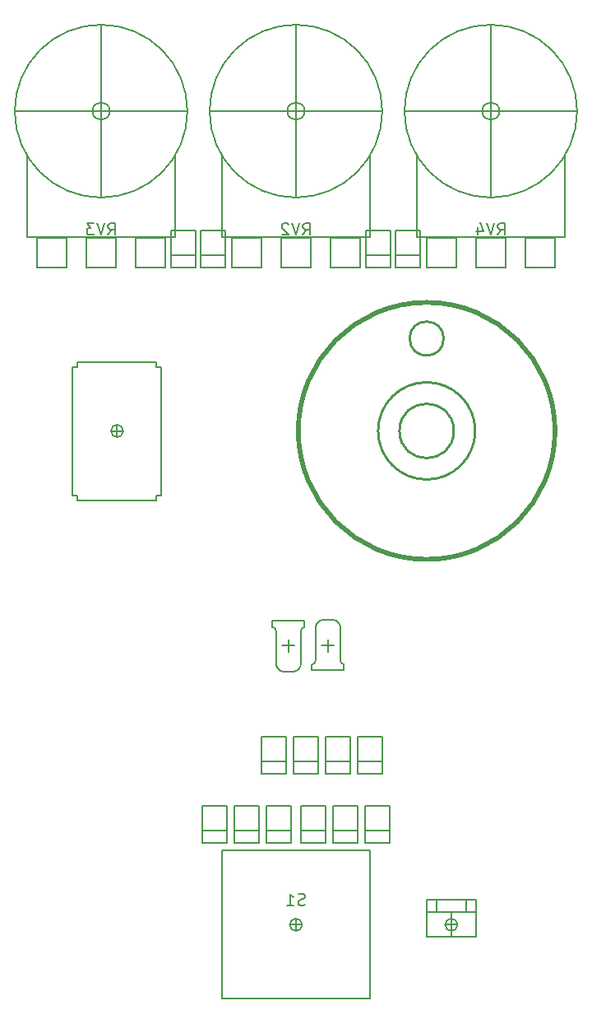
<source format=gbr>
G04 #@! TF.GenerationSoftware,KiCad,Pcbnew,(5.1.8-0-10_14)*
G04 #@! TF.CreationDate,2021-01-24T00:18:35+01:00*
G04 #@! TF.ProjectId,bat,6261742e-6b69-4636-9164-5f7063625858,rev?*
G04 #@! TF.SameCoordinates,Original*
G04 #@! TF.FileFunction,Legend,Bot*
G04 #@! TF.FilePolarity,Positive*
%FSLAX46Y46*%
G04 Gerber Fmt 4.6, Leading zero omitted, Abs format (unit mm)*
G04 Created by KiCad (PCBNEW (5.1.8-0-10_14)) date 2021-01-24 00:18:35*
%MOMM*%
%LPD*%
G01*
G04 APERTURE LIST*
%ADD10C,0.127000*%
%ADD11C,0.152400*%
%ADD12C,0.254000*%
G04 APERTURE END LIST*
D10*
X84963000Y-118491000D02*
G75*
G02*
X85344000Y-118872000I0J-381000D01*
G01*
X88265000Y-118491000D02*
G75*
G03*
X87884000Y-118872000I0J-381000D01*
G01*
X87883999Y-122173999D02*
G75*
G02*
X87122000Y-123063000I-825500J-63501D01*
G01*
X86106001Y-123063001D02*
G75*
G02*
X85344000Y-122174000I63500J825501D01*
G01*
X86106000Y-123063000D02*
X87122000Y-123063000D01*
X87884000Y-122174000D02*
X87884000Y-118872000D01*
X85344000Y-122174000D02*
X85344000Y-118872000D01*
X88265000Y-118491000D02*
X88265000Y-117856000D01*
X88265000Y-117856000D02*
X84963000Y-117856000D01*
X84963000Y-117856000D02*
X84963000Y-118491000D01*
X85979000Y-120396000D02*
X87249000Y-120396000D01*
X86614000Y-121031000D02*
X86614000Y-119761000D01*
X92329000Y-122301000D02*
G75*
G02*
X91948000Y-121920000I0J381000D01*
G01*
X89027000Y-122301000D02*
G75*
G03*
X89408000Y-121920000I0J381000D01*
G01*
X89408001Y-118618001D02*
G75*
G02*
X90170000Y-117729000I825500J63501D01*
G01*
X91185999Y-117728999D02*
G75*
G02*
X91948000Y-118618000I-63500J-825501D01*
G01*
X91186000Y-117729000D02*
X90170000Y-117729000D01*
X89408000Y-118618000D02*
X89408000Y-121920000D01*
X91948000Y-118618000D02*
X91948000Y-121920000D01*
X89027000Y-122301000D02*
X89027000Y-122936000D01*
X89027000Y-122936000D02*
X92329000Y-122936000D01*
X92329000Y-122936000D02*
X92329000Y-122301000D01*
X91313000Y-120396000D02*
X90043000Y-120396000D01*
X90678000Y-119761000D02*
X90678000Y-121031000D01*
D11*
X94996000Y-141478000D02*
X79756000Y-141478000D01*
X79756000Y-141478000D02*
X79756000Y-156718000D01*
X79756000Y-156718000D02*
X94996000Y-156718000D01*
X94996000Y-156718000D02*
X94996000Y-141478000D01*
D10*
X87376000Y-148463000D02*
X87376000Y-149733000D01*
X86741000Y-149098000D02*
X88011000Y-149098000D01*
X88011000Y-149098000D02*
G75*
G03*
X88011000Y-149098000I-635000J0D01*
G01*
X108340000Y-65405000D02*
G75*
G03*
X108340000Y-65405000I-898000J0D01*
G01*
X99822000Y-69850000D02*
X99822000Y-78359000D01*
X115062000Y-78359000D02*
X115062000Y-69850000D01*
X107442000Y-74295000D02*
X107442000Y-56515000D01*
X98552000Y-65405000D02*
X116332000Y-65405000D01*
X99822000Y-78359000D02*
X115062000Y-78359000D01*
X100838000Y-78486000D02*
X103886000Y-78486000D01*
X105918000Y-78486000D02*
X108966000Y-78486000D01*
X110998000Y-78486000D02*
X114046000Y-78486000D01*
X100838000Y-78486000D02*
X100838000Y-81534000D01*
X100838000Y-81534000D02*
X103886000Y-81534000D01*
X103886000Y-81534000D02*
X103886000Y-78486000D01*
X105918000Y-78486000D02*
X105918000Y-81534000D01*
X105918000Y-81534000D02*
X108966000Y-81534000D01*
X108966000Y-81534000D02*
X108966000Y-78486000D01*
X110998000Y-78486000D02*
X110998000Y-81534000D01*
X110998000Y-81534000D02*
X114046000Y-81534000D01*
X114046000Y-81534000D02*
X114046000Y-78486000D01*
X98552000Y-65405000D02*
G75*
G03*
X107442000Y-74295000I8890000J0D01*
G01*
X107442000Y-74295000D02*
G75*
G03*
X116332000Y-65405000I0J8890000D01*
G01*
X116332000Y-65405002D02*
G75*
G03*
X107442000Y-56515000I-8889901J101D01*
G01*
X107442002Y-56515000D02*
G75*
G03*
X98552000Y-65405000I-101J-8889901D01*
G01*
X68208000Y-65405000D02*
G75*
G03*
X68208000Y-65405000I-898000J0D01*
G01*
X59690000Y-69850000D02*
X59690000Y-78359000D01*
X74930000Y-78359000D02*
X74930000Y-69850000D01*
X67310000Y-74295000D02*
X67310000Y-56515000D01*
X58420000Y-65405000D02*
X76200000Y-65405000D01*
X59690000Y-78359000D02*
X74930000Y-78359000D01*
X60706000Y-78486000D02*
X63754000Y-78486000D01*
X65786000Y-78486000D02*
X68834000Y-78486000D01*
X70866000Y-78486000D02*
X73914000Y-78486000D01*
X60706000Y-78486000D02*
X60706000Y-81534000D01*
X60706000Y-81534000D02*
X63754000Y-81534000D01*
X63754000Y-81534000D02*
X63754000Y-78486000D01*
X65786000Y-78486000D02*
X65786000Y-81534000D01*
X65786000Y-81534000D02*
X68834000Y-81534000D01*
X68834000Y-81534000D02*
X68834000Y-78486000D01*
X70866000Y-78486000D02*
X70866000Y-81534000D01*
X70866000Y-81534000D02*
X73914000Y-81534000D01*
X73914000Y-81534000D02*
X73914000Y-78486000D01*
X58420000Y-65405000D02*
G75*
G03*
X67310000Y-74295000I8890000J0D01*
G01*
X67310000Y-74295000D02*
G75*
G03*
X76200000Y-65405000I0J8890000D01*
G01*
X76200000Y-65405002D02*
G75*
G03*
X67310000Y-56515000I-8889901J101D01*
G01*
X67310002Y-56515000D02*
G75*
G03*
X58420000Y-65405000I-101J-8889901D01*
G01*
X88274000Y-65405000D02*
G75*
G03*
X88274000Y-65405000I-898000J0D01*
G01*
X79756000Y-69850000D02*
X79756000Y-78359000D01*
X94996000Y-78359000D02*
X94996000Y-69850000D01*
X87376000Y-74295000D02*
X87376000Y-56515000D01*
X78486000Y-65405000D02*
X96266000Y-65405000D01*
X79756000Y-78359000D02*
X94996000Y-78359000D01*
X80772000Y-78486000D02*
X83820000Y-78486000D01*
X85852000Y-78486000D02*
X88900000Y-78486000D01*
X90932000Y-78486000D02*
X93980000Y-78486000D01*
X80772000Y-78486000D02*
X80772000Y-81534000D01*
X80772000Y-81534000D02*
X83820000Y-81534000D01*
X83820000Y-81534000D02*
X83820000Y-78486000D01*
X85852000Y-78486000D02*
X85852000Y-81534000D01*
X85852000Y-81534000D02*
X88900000Y-81534000D01*
X88900000Y-81534000D02*
X88900000Y-78486000D01*
X90932000Y-78486000D02*
X90932000Y-81534000D01*
X90932000Y-81534000D02*
X93980000Y-81534000D01*
X93980000Y-81534000D02*
X93980000Y-78486000D01*
X78486000Y-65405000D02*
G75*
G03*
X87376000Y-74295000I8890000J0D01*
G01*
X87376000Y-74295000D02*
G75*
G03*
X96266000Y-65405000I0J8890000D01*
G01*
X96266000Y-65405002D02*
G75*
G03*
X87376000Y-56515000I-8889901J101D01*
G01*
X87376002Y-56515000D02*
G75*
G03*
X78486000Y-65405000I-101J-8889901D01*
G01*
X104902000Y-147828000D02*
X104902000Y-146558000D01*
X101854000Y-147828000D02*
X101854000Y-146558000D01*
X104902000Y-147828000D02*
X104902000Y-146558000D01*
X100838000Y-146939000D02*
X100838000Y-147828000D01*
X100838000Y-146558000D02*
X100838000Y-146939000D01*
X101854000Y-146558000D02*
X100838000Y-146558000D01*
X104902000Y-146558000D02*
X101854000Y-146558000D01*
X105918000Y-146558000D02*
X104902000Y-146558000D01*
X105918000Y-147828000D02*
X105918000Y-146558000D01*
X103378000Y-150368000D02*
X100838000Y-150368000D01*
X103378000Y-147828000D02*
X103378000Y-150368000D01*
X105918000Y-150368000D02*
X105918000Y-147828000D01*
X103378000Y-150368000D02*
X105918000Y-150368000D01*
X100838000Y-147828000D02*
X100838000Y-150368000D01*
X101854000Y-147828000D02*
X100838000Y-147828000D01*
X103378000Y-147828000D02*
X101854000Y-147828000D01*
X104902000Y-147828000D02*
X103378000Y-147828000D01*
X105918000Y-147828000D02*
X104902000Y-147828000D01*
X104013000Y-149098000D02*
X102743000Y-149098000D01*
X103378000Y-149733000D02*
X103378000Y-148463000D01*
X104013000Y-149098000D02*
G75*
G03*
X104013000Y-149098000I-635000J0D01*
G01*
D12*
X113936780Y-98298000D02*
G75*
G03*
X113936780Y-98298000I-13098780J0D01*
G01*
X105839260Y-98298000D02*
G75*
G03*
X105839260Y-98298000I-5001260J0D01*
G01*
X102588060Y-88798400D02*
G75*
G03*
X102588060Y-88798400I-1750060J0D01*
G01*
X103632000Y-98298000D02*
G75*
G03*
X103632000Y-98298000I-2794000J0D01*
G01*
X114173000Y-98298000D02*
G75*
G03*
X114173000Y-98298000I-13335000J0D01*
G01*
D10*
X69596000Y-98306000D02*
G75*
G03*
X69596000Y-98306000I-635000J0D01*
G01*
D11*
X64389000Y-91702000D02*
X64897000Y-91702000D01*
X64897000Y-91702000D02*
X64897000Y-91194000D01*
X64897000Y-91194000D02*
X73025000Y-91194000D01*
X73025000Y-91194000D02*
X73025000Y-91702000D01*
X73025000Y-91702000D02*
X73533000Y-91702000D01*
X73533000Y-91702000D02*
X73533000Y-104910000D01*
X73533000Y-104910000D02*
X73025000Y-104910000D01*
X73025000Y-104910000D02*
X73025000Y-105418000D01*
X73025000Y-105418000D02*
X64897000Y-105418000D01*
X64897000Y-105418000D02*
X64897000Y-104910000D01*
X64897000Y-104910000D02*
X64389000Y-104910000D01*
X64389000Y-104910000D02*
X64389000Y-91702000D01*
D10*
X68961000Y-97671000D02*
X68961000Y-98941000D01*
X68326000Y-98306000D02*
X69596000Y-98306000D01*
D11*
X100203000Y-77724000D02*
X97663000Y-77724000D01*
X97663000Y-77724000D02*
X97663000Y-80264000D01*
X97663000Y-80264000D02*
X100203000Y-80264000D01*
X100203000Y-80264000D02*
X100203000Y-77724000D01*
X100203000Y-80264000D02*
X100203000Y-81534000D01*
X100203000Y-81534000D02*
X97663000Y-81534000D01*
X97663000Y-81534000D02*
X97663000Y-80264000D01*
X92964000Y-129794000D02*
X90424000Y-129794000D01*
X90424000Y-129794000D02*
X90424000Y-132334000D01*
X90424000Y-132334000D02*
X92964000Y-132334000D01*
X92964000Y-132334000D02*
X92964000Y-129794000D01*
X92964000Y-132334000D02*
X92964000Y-133604000D01*
X92964000Y-133604000D02*
X90424000Y-133604000D01*
X90424000Y-133604000D02*
X90424000Y-132334000D01*
X97155000Y-77724000D02*
X94615000Y-77724000D01*
X94615000Y-77724000D02*
X94615000Y-80264000D01*
X94615000Y-80264000D02*
X97155000Y-80264000D01*
X97155000Y-80264000D02*
X97155000Y-77724000D01*
X97155000Y-80264000D02*
X97155000Y-81534000D01*
X97155000Y-81534000D02*
X94615000Y-81534000D01*
X94615000Y-81534000D02*
X94615000Y-80264000D01*
X96266000Y-129794000D02*
X93726000Y-129794000D01*
X93726000Y-129794000D02*
X93726000Y-132334000D01*
X93726000Y-132334000D02*
X96266000Y-132334000D01*
X96266000Y-132334000D02*
X96266000Y-129794000D01*
X96266000Y-132334000D02*
X96266000Y-133604000D01*
X96266000Y-133604000D02*
X93726000Y-133604000D01*
X93726000Y-133604000D02*
X93726000Y-132334000D01*
X86360000Y-129794000D02*
X83820000Y-129794000D01*
X83820000Y-129794000D02*
X83820000Y-132334000D01*
X83820000Y-132334000D02*
X86360000Y-132334000D01*
X86360000Y-132334000D02*
X86360000Y-129794000D01*
X86360000Y-132334000D02*
X86360000Y-133604000D01*
X86360000Y-133604000D02*
X83820000Y-133604000D01*
X83820000Y-133604000D02*
X83820000Y-132334000D01*
X97028000Y-136906000D02*
X94488000Y-136906000D01*
X94488000Y-136906000D02*
X94488000Y-139446000D01*
X94488000Y-139446000D02*
X97028000Y-139446000D01*
X97028000Y-139446000D02*
X97028000Y-136906000D01*
X97028000Y-139446000D02*
X97028000Y-140716000D01*
X97028000Y-140716000D02*
X94488000Y-140716000D01*
X94488000Y-140716000D02*
X94488000Y-139446000D01*
X93726000Y-136906000D02*
X91186000Y-136906000D01*
X91186000Y-136906000D02*
X91186000Y-139446000D01*
X91186000Y-139446000D02*
X93726000Y-139446000D01*
X93726000Y-139446000D02*
X93726000Y-136906000D01*
X93726000Y-139446000D02*
X93726000Y-140716000D01*
X93726000Y-140716000D02*
X91186000Y-140716000D01*
X91186000Y-140716000D02*
X91186000Y-139446000D01*
X90424000Y-136906000D02*
X87884000Y-136906000D01*
X87884000Y-136906000D02*
X87884000Y-139446000D01*
X87884000Y-139446000D02*
X90424000Y-139446000D01*
X90424000Y-139446000D02*
X90424000Y-136906000D01*
X90424000Y-139446000D02*
X90424000Y-140716000D01*
X90424000Y-140716000D02*
X87884000Y-140716000D01*
X87884000Y-140716000D02*
X87884000Y-139446000D01*
X77089000Y-77724000D02*
X74549000Y-77724000D01*
X74549000Y-77724000D02*
X74549000Y-80264000D01*
X74549000Y-80264000D02*
X77089000Y-80264000D01*
X77089000Y-80264000D02*
X77089000Y-77724000D01*
X77089000Y-80264000D02*
X77089000Y-81534000D01*
X77089000Y-81534000D02*
X74549000Y-81534000D01*
X74549000Y-81534000D02*
X74549000Y-80264000D01*
X86868000Y-136906000D02*
X84328000Y-136906000D01*
X84328000Y-136906000D02*
X84328000Y-139446000D01*
X84328000Y-139446000D02*
X86868000Y-139446000D01*
X86868000Y-139446000D02*
X86868000Y-136906000D01*
X86868000Y-139446000D02*
X86868000Y-140716000D01*
X86868000Y-140716000D02*
X84328000Y-140716000D01*
X84328000Y-140716000D02*
X84328000Y-139446000D01*
X80137000Y-77724000D02*
X77597000Y-77724000D01*
X77597000Y-77724000D02*
X77597000Y-80264000D01*
X77597000Y-80264000D02*
X80137000Y-80264000D01*
X80137000Y-80264000D02*
X80137000Y-77724000D01*
X80137000Y-80264000D02*
X80137000Y-81534000D01*
X80137000Y-81534000D02*
X77597000Y-81534000D01*
X77597000Y-81534000D02*
X77597000Y-80264000D01*
X80264000Y-136906000D02*
X77724000Y-136906000D01*
X77724000Y-136906000D02*
X77724000Y-139446000D01*
X77724000Y-139446000D02*
X80264000Y-139446000D01*
X80264000Y-139446000D02*
X80264000Y-136906000D01*
X80264000Y-139446000D02*
X80264000Y-140716000D01*
X80264000Y-140716000D02*
X77724000Y-140716000D01*
X77724000Y-140716000D02*
X77724000Y-139446000D01*
X83566000Y-136906000D02*
X81026000Y-136906000D01*
X81026000Y-136906000D02*
X81026000Y-139446000D01*
X81026000Y-139446000D02*
X83566000Y-139446000D01*
X83566000Y-139446000D02*
X83566000Y-136906000D01*
X83566000Y-139446000D02*
X83566000Y-140716000D01*
X83566000Y-140716000D02*
X81026000Y-140716000D01*
X81026000Y-140716000D02*
X81026000Y-139446000D01*
X89662000Y-129794000D02*
X87122000Y-129794000D01*
X87122000Y-129794000D02*
X87122000Y-132334000D01*
X87122000Y-132334000D02*
X89662000Y-132334000D01*
X89662000Y-132334000D02*
X89662000Y-129794000D01*
X89662000Y-132334000D02*
X89662000Y-133604000D01*
X89662000Y-133604000D02*
X87122000Y-133604000D01*
X87122000Y-133604000D02*
X87122000Y-132334000D01*
X88295238Y-147046345D02*
X88122880Y-147103797D01*
X87835619Y-147103797D01*
X87720714Y-147046345D01*
X87663261Y-146988892D01*
X87605809Y-146873988D01*
X87605809Y-146759083D01*
X87663261Y-146644178D01*
X87720714Y-146586726D01*
X87835619Y-146529273D01*
X88065428Y-146471821D01*
X88180333Y-146414369D01*
X88237785Y-146356916D01*
X88295238Y-146242011D01*
X88295238Y-146127107D01*
X88237785Y-146012202D01*
X88180333Y-145954750D01*
X88065428Y-145897297D01*
X87778166Y-145897297D01*
X87605809Y-145954750D01*
X86456761Y-147103797D02*
X87146190Y-147103797D01*
X86801476Y-147103797D02*
X86801476Y-145897297D01*
X86916380Y-146069654D01*
X87031285Y-146184559D01*
X87146190Y-146242011D01*
X108160154Y-78142797D02*
X108562321Y-77568273D01*
X108849583Y-78142797D02*
X108849583Y-76936297D01*
X108389964Y-76936297D01*
X108275059Y-76993750D01*
X108217607Y-77051202D01*
X108160154Y-77166107D01*
X108160154Y-77338464D01*
X108217607Y-77453369D01*
X108275059Y-77510821D01*
X108389964Y-77568273D01*
X108849583Y-77568273D01*
X107815440Y-76936297D02*
X107413273Y-78142797D01*
X107011107Y-76936297D01*
X106091869Y-77338464D02*
X106091869Y-78142797D01*
X106379130Y-76878845D02*
X106666392Y-77740630D01*
X105919511Y-77740630D01*
X68028154Y-78142797D02*
X68430321Y-77568273D01*
X68717583Y-78142797D02*
X68717583Y-76936297D01*
X68257964Y-76936297D01*
X68143059Y-76993750D01*
X68085607Y-77051202D01*
X68028154Y-77166107D01*
X68028154Y-77338464D01*
X68085607Y-77453369D01*
X68143059Y-77510821D01*
X68257964Y-77568273D01*
X68717583Y-77568273D01*
X67683440Y-76936297D02*
X67281273Y-78142797D01*
X66879107Y-76936297D01*
X66591845Y-76936297D02*
X65844964Y-76936297D01*
X66247130Y-77395916D01*
X66074773Y-77395916D01*
X65959869Y-77453369D01*
X65902416Y-77510821D01*
X65844964Y-77625726D01*
X65844964Y-77912988D01*
X65902416Y-78027892D01*
X65959869Y-78085345D01*
X66074773Y-78142797D01*
X66419488Y-78142797D01*
X66534392Y-78085345D01*
X66591845Y-78027892D01*
X88094154Y-78142797D02*
X88496321Y-77568273D01*
X88783583Y-78142797D02*
X88783583Y-76936297D01*
X88323964Y-76936297D01*
X88209059Y-76993750D01*
X88151607Y-77051202D01*
X88094154Y-77166107D01*
X88094154Y-77338464D01*
X88151607Y-77453369D01*
X88209059Y-77510821D01*
X88323964Y-77568273D01*
X88783583Y-77568273D01*
X87749440Y-76936297D02*
X87347273Y-78142797D01*
X86945107Y-76936297D01*
X86600392Y-77051202D02*
X86542940Y-76993750D01*
X86428035Y-76936297D01*
X86140773Y-76936297D01*
X86025869Y-76993750D01*
X85968416Y-77051202D01*
X85910964Y-77166107D01*
X85910964Y-77281011D01*
X85968416Y-77453369D01*
X86657845Y-78142797D01*
X85910964Y-78142797D01*
M02*

</source>
